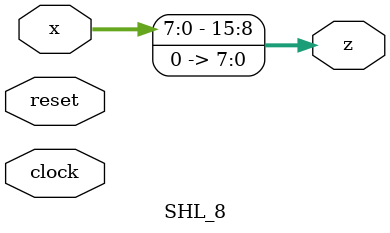
<source format=v>
module SHL_8(

    clock,
    reset,
    x,
    z);

input [15:0] x;
output [15:0] z;
input clock;
input reset;
wire [15:0] x;
wire [15:0] z;
assign z = x << 8;
endmodule //SHL_8

</source>
